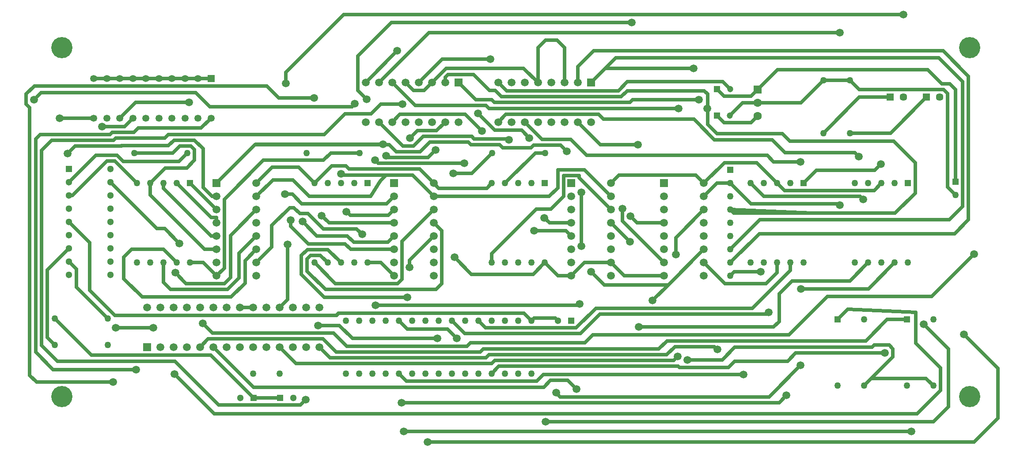
<source format=gbl>
G04*
G04 #@! TF.GenerationSoftware,Altium Limited,Altium Designer,22.10.1 (41)*
G04*
G04 Layer_Physical_Order=2*
G04 Layer_Color=16711680*
%FSLAX44Y44*%
%MOMM*%
G71*
G04*
G04 #@! TF.SameCoordinates,6648D47A-D210-48E4-AD15-4CDCEE96D579*
G04*
G04*
G04 #@! TF.FilePolarity,Positive*
G04*
G01*
G75*
%ADD23C,1.4500*%
%ADD24R,1.4500X1.4500*%
%ADD25C,1.3500*%
%ADD26R,1.3500X1.3500*%
%ADD30C,1.3000*%
%ADD31R,1.3000X1.3000*%
%ADD32R,1.2000X1.2000*%
%ADD33C,1.2000*%
%ADD36C,0.7000*%
%ADD37C,1.2700*%
%ADD38R,1.2700X1.2700*%
%ADD39R,1.2700X1.2700*%
%ADD40C,4.0640*%
%ADD41C,1.5000*%
%ADD42R,1.5000X1.5000*%
%ADD43R,1.5000X1.5000*%
%ADD44R,1.6000X1.6000*%
%ADD45C,1.6000*%
D23*
X2202700Y315000D02*
D03*
X2272700D02*
D03*
D24*
X2177300D02*
D03*
X2247300D02*
D03*
D25*
X876000Y274800D02*
D03*
X851000D02*
D03*
X826000D02*
D03*
X801000D02*
D03*
X776000D02*
D03*
X751000D02*
D03*
X726000D02*
D03*
X701000D02*
D03*
X676000D02*
D03*
X651000D02*
D03*
Y351000D02*
D03*
X676000D02*
D03*
X701000D02*
D03*
X726000D02*
D03*
X751000D02*
D03*
X776000D02*
D03*
X801000D02*
D03*
X826000D02*
D03*
X851000D02*
D03*
D26*
X876000D02*
D03*
D30*
X1540600Y-113800D02*
D03*
X1033400Y-262000D02*
D03*
X683000Y177400D02*
D03*
Y152000D02*
D03*
Y126600D02*
D03*
Y101200D02*
D03*
Y75800D02*
D03*
Y50400D02*
D03*
Y25000D02*
D03*
Y-400D02*
D03*
Y-25800D02*
D03*
X603625D02*
D03*
Y-400D02*
D03*
Y25000D02*
D03*
Y50400D02*
D03*
Y75800D02*
D03*
Y101200D02*
D03*
Y126600D02*
D03*
Y152000D02*
D03*
X931800Y-262000D02*
D03*
D31*
X1566000Y-113800D02*
D03*
X1008000Y-262000D02*
D03*
X603625Y177400D02*
D03*
X957200Y-262000D02*
D03*
D32*
X1845800Y330700D02*
D03*
X1845400Y279900D02*
D03*
D33*
X1870800Y330700D02*
D03*
X1870400Y279900D02*
D03*
D36*
X1081024Y-122892D02*
X1121664D01*
X1146810Y-148038D01*
X1309370D01*
X1475778Y-99778D02*
X1489800Y-113800D01*
X1120394Y-99778D02*
X1475778D01*
X1116598Y-103574D02*
X1120394Y-99778D01*
X691642Y-103574D02*
X1116598D01*
X643382Y-55314D02*
X691642Y-103574D01*
X643382Y-55314D02*
Y36043D01*
X603625Y75800D02*
X643382Y36043D01*
X1489800Y-113800D02*
X1495088Y-108511D01*
X1535311D01*
X1540600Y-113800D01*
X2302600Y152900D02*
Y329651D01*
X2291500Y340750D02*
X2302600Y329651D01*
X2276510Y340750D02*
X2291500D01*
X2249424Y367836D02*
X2276510Y340750D01*
X1961336Y367836D02*
X2249424D01*
X1923500Y330000D02*
X1961336Y367836D01*
X1845800Y330700D02*
X1859463Y317036D01*
X1910536D01*
X1923500Y330000D01*
X1664434Y77366D02*
Y101500D01*
Y77366D02*
X1744200Y-2400D01*
X1871200Y-27800D02*
X1878978Y-20022D01*
X1929384D01*
X1871200Y-2400D02*
X1926730Y53130D01*
X2300986D01*
X2327656Y79800D01*
Y355390D01*
X2278888Y404158D02*
X2327656Y355390D01*
X1609090Y404158D02*
X2278888D01*
X1578700Y373768D02*
X1609090Y404158D01*
X1578700Y343400D02*
Y373768D01*
X1631330Y370630D02*
X1651650Y390950D01*
X1871200Y23000D02*
X1928000Y79800D01*
X2291080D01*
X2316480Y105200D01*
Y344721D01*
X2270251Y390950D02*
X2316480Y344721D01*
X1651650Y390950D02*
X2270251D01*
X1604100Y343400D02*
X1631330Y370630D01*
X1800606D01*
X1692052Y73800D02*
X1744200D01*
X1679448Y86404D02*
X1692052Y73800D01*
X1408755Y293200D02*
X1771570D01*
X1402982Y298974D02*
X1408755Y293200D01*
X1267526Y298974D02*
X1402982D01*
X1223100Y343400D02*
X1267526Y298974D01*
X1827784Y262680D02*
Y293414D01*
X2027270Y92246D02*
X2187194D01*
X1878154D02*
X2027270D01*
X1827784Y293414D02*
Y321100D01*
X1324700Y343400D02*
Y353194D01*
X1329944Y358438D01*
X1379474D01*
X1409700Y328212D01*
X1420578D01*
X1432573Y316217D01*
X1662119D01*
X1673352Y327450D01*
X1821434D01*
X1827784Y321100D01*
Y262680D02*
X1845818Y244646D01*
X1985010Y230676D02*
X2184400D01*
X2225548Y189528D01*
X2187194Y92246D02*
X2225548Y130600D01*
X1871200Y99200D02*
X1878154Y92246D01*
X1827022Y293414D02*
X1827784D01*
X1845818Y244646D02*
X1971040D01*
X1985010Y230676D01*
X2225548Y130600D02*
Y189528D01*
X1871200Y99200D02*
X2027270Y92246D01*
X1683571Y310178D02*
X1810766D01*
X1678610Y305217D02*
X1683571Y310178D01*
X1418739Y305217D02*
X1678610D01*
X1413982Y309974D02*
X1418739Y305217D01*
X1383526Y309974D02*
X1413982D01*
X1350100Y343400D02*
X1383526Y309974D01*
X1197700Y343400D02*
X1293256Y438956D01*
X2081276D01*
X2078024Y110738D02*
X2081276Y107486D01*
X1910462Y110738D02*
X2078024D01*
X1871200Y150000D02*
X1910462Y110738D01*
X1845800Y150000D02*
X1871200D01*
X1820400Y124600D02*
X1845800Y150000D01*
X562102Y-146302D02*
X576200Y-160400D01*
X562102Y-146302D02*
Y-16523D01*
X603625Y25000D01*
X617728Y-49528D02*
X677800Y-109600D01*
X617728Y-49528D02*
Y-14503D01*
X603625Y-400D02*
X617728Y-14503D01*
X857022Y255822D02*
X876000Y274800D01*
X736170Y255822D02*
X857022D01*
X727964Y247616D02*
X736170Y255822D01*
X686244Y247616D02*
X727964D01*
X682244Y243616D02*
X686244Y247616D01*
X548118Y243616D02*
X682244D01*
X539750Y235248D02*
X548118Y243616D01*
X539750Y-174200D02*
Y235248D01*
Y-174200D02*
X573278Y-207728D01*
X732536D01*
X709816Y258616D02*
X726000Y274800D01*
X667258Y258616D02*
X709816D01*
X701000Y274800D02*
X731044Y304844D01*
X834136D01*
X786892Y62782D02*
X815340Y34334D01*
X772218Y62782D02*
X786892D01*
X683000Y152000D02*
X772218Y62782D01*
X585807Y274800D02*
X651000D01*
X2257298Y-67520D02*
X2338578Y13760D01*
X2056892Y-67520D02*
X2257298D01*
X1983232Y-141180D02*
X2056892Y-67520D01*
X1607566Y-141180D02*
X1983232D01*
X1592326Y-156420D02*
X1607566Y-141180D01*
X1372870Y-156420D02*
X1592326D01*
X1366142Y-163148D02*
X1372870Y-156420D01*
X1136012Y-163148D02*
X1366142D01*
X1110756Y-137892D02*
X1136012Y-163148D01*
X878892Y-137892D02*
X1110756D01*
X860082Y-119082D02*
X878892Y-137892D01*
X2100200Y246000D02*
X2178300D01*
X2247300Y315000D01*
X1019302Y341166D02*
Y362502D01*
X1130300Y473500D01*
X2202700D01*
X2049400Y246000D02*
X2118400Y315000D01*
X2177300D01*
X2171751Y-111500D02*
X2209600D01*
X2130734Y-152518D02*
X2171751Y-111500D01*
X1750046Y-152518D02*
X2130734D01*
X1734014Y-168549D02*
X1750046Y-152518D01*
X1397748Y-168549D02*
X1734014D01*
X1392149Y-174148D02*
X1397748Y-168549D01*
X1115478Y-174148D02*
X1392149D01*
X1090392Y-149063D02*
X1115478Y-174148D01*
X870338Y-149063D02*
X1090392D01*
X854800Y-164600D02*
X870338Y-149063D01*
X805688Y-216110D02*
X882142Y-292564D01*
X2229104D01*
X2274316Y-247352D01*
Y-204680D01*
X2226818Y-157182D02*
X2274316Y-204680D01*
X2226818Y-157182D02*
Y-98000D01*
X2096283Y-91817D02*
X2226818Y-98000D01*
X2076600Y-111500D02*
X2096283Y-91817D01*
X1642600Y73800D02*
X1679194Y37206D01*
X1581404Y160396D02*
X1642600Y99200D01*
X1581404Y160396D02*
Y165000D01*
X1551400D02*
X1581404D01*
X1551400Y124504D02*
Y165000D01*
X1527320Y100425D02*
X1551400Y124504D01*
X1499413Y100425D02*
X1527320D01*
X1414000Y15012D02*
X1499413Y100425D01*
X1414000Y-2400D02*
Y15012D01*
X1439400Y150000D02*
X1497300Y207900D01*
X1516000D01*
X1555828Y58972D02*
X1566400Y48400D01*
X1495044Y58972D02*
X1555828D01*
X1514602Y83610D02*
X1524412Y73800D01*
X1566400D01*
X2100252Y-37548D02*
X2135400Y-2400D01*
X1989328Y-37548D02*
X2100252D01*
X1964690Y-62186D02*
X1989328Y-37548D01*
X1964690Y-115272D02*
Y-62186D01*
X1954276Y-125686D02*
X1964690Y-115272D01*
X1695450Y-125686D02*
X1954276D01*
X1996440Y-175978D02*
X2167636D01*
X1980781Y-191637D02*
X1996440Y-175978D01*
X1879660Y-191637D02*
X1980781D01*
X1867349Y-203949D02*
X1879660Y-191637D01*
X1773817Y-203949D02*
X1867349D01*
X1771417Y-201550D02*
X1773817Y-203949D01*
X1427450Y-201550D02*
X1771417D01*
X1413600Y-215400D02*
X1427450Y-201550D01*
X1986200Y-17816D02*
Y-2400D01*
X1913744Y-90272D02*
X1986200Y-17816D01*
X1613262Y-90272D02*
X1913744D01*
X1575734Y-127800D02*
X1613262Y-90272D01*
X1402200Y-127800D02*
X1575734D01*
X1388200Y-113800D02*
X1402200Y-127800D01*
X2006092Y-52788D02*
X2135812D01*
X2186200Y-2400D01*
X1941352Y-101272D02*
X1944624Y-98000D01*
X1621638Y-101272D02*
X1941352D01*
X1584109Y-138800D02*
X1621638Y-101272D01*
X1362401Y-138800D02*
X1584109D01*
X1337400Y-113800D02*
X1362401Y-138800D01*
X2242058Y-120860D02*
X2289556Y-168358D01*
Y-278848D02*
Y-168358D01*
X2260600Y-307804D02*
X2289556Y-278848D01*
X1516888Y-307804D02*
X2260600D01*
X1910000Y150000D02*
X1935242Y124758D01*
X2119884D01*
X2125980Y118662D01*
X1235800Y-215400D02*
X1250226Y-229826D01*
X1500124D01*
X1512824Y-217126D01*
X1896110D01*
X1964597Y-271066D02*
X1978660Y-257004D01*
X1240667Y-271066D02*
X1964597D01*
X1291374Y-347174D02*
X2338324D01*
X2384298Y-301200D01*
Y-205188D01*
X2319020Y-139910D02*
X2384298Y-205188D01*
X2011600Y150000D02*
X2036396Y174796D01*
X2148078D01*
X2160016Y186734D01*
X1245146Y-326346D02*
X2217928D01*
X1292233Y199061D02*
X1306576Y213404D01*
X1215255Y199061D02*
X1292233D01*
X1211326Y202990D02*
X1215255Y199061D01*
X1099949Y22450D02*
X1124800Y-2400D01*
X1060450Y22450D02*
X1099949D01*
X1049149Y11150D02*
X1060450Y22450D01*
X1049149Y-25231D02*
Y11150D01*
Y-25231D02*
X1092962Y-69044D01*
X1252474D01*
X1256538Y-11640D02*
Y2338D01*
X1302600Y48400D01*
Y73800D02*
X1317752Y58648D01*
Y-42882D02*
Y58648D01*
X1306830Y-53804D02*
X1317752Y-42882D01*
X1095248Y-53804D02*
X1306830D01*
X1060150Y-18706D02*
X1095248Y-53804D01*
X1060150Y-18706D02*
Y4800D01*
X1066800Y11450D01*
X1085550D01*
X1099400Y-2400D01*
X1241538Y38138D02*
X1302600Y99200D01*
X1241538Y-34500D02*
Y38138D01*
X1233238Y-42800D02*
X1241538Y-34500D01*
X1114400Y-42800D02*
X1233238D01*
X1074000Y-2400D02*
X1114400Y-42800D01*
X1143343Y23000D02*
X1226400D01*
X1132893Y33451D02*
X1143343Y23000D01*
X1062390Y33451D02*
X1132893D01*
X1028700Y67141D02*
X1062390Y33451D01*
X1028700Y67141D02*
Y79300D01*
X1214429Y36430D02*
X1226400Y48400D01*
X1149291Y36430D02*
X1214429D01*
X1137320Y48400D02*
X1149291Y36430D01*
X1078834Y48400D02*
X1137320D01*
X1051017Y76217D02*
X1078834Y48400D01*
X1102293Y73800D02*
X1226400D01*
X1088147Y87947D02*
X1102293Y73800D01*
X1215636Y88436D02*
X1226400Y99200D01*
X1142746Y88436D02*
X1215636D01*
X1135634Y95548D02*
X1142746Y88436D01*
X941070Y1470D02*
X962600Y23000D01*
X941070Y-41866D02*
Y1470D01*
X914400Y-68536D02*
X941070Y-41866D01*
X743712Y-68536D02*
X914400D01*
X708914Y-33738D02*
X743712Y-68536D01*
X708914Y-33738D02*
Y8172D01*
X723900Y23158D01*
X784642D01*
X810200Y-2400D01*
X929894Y15694D02*
X962600Y48400D01*
X929894Y-31706D02*
Y15694D01*
X907796Y-53804D02*
X929894Y-31706D01*
X798460Y-53804D02*
X907796D01*
X784800Y-40144D02*
X798460Y-53804D01*
X784800Y-40144D02*
Y-2400D01*
X807212Y-21800D02*
X828212Y-42800D01*
X901446D01*
X913130Y-31116D01*
Y49730D01*
X962600Y99200D01*
X863600Y23000D02*
X886400D01*
X759400Y127200D02*
X863600Y23000D01*
X759400Y127200D02*
Y150000D01*
X728600Y207900D02*
X802500D01*
X816350Y221750D01*
X837220D01*
X844296Y214674D01*
Y194100D02*
Y214674D01*
X829310Y179114D02*
X844296Y194100D01*
X788514Y179114D02*
X829310D01*
X759400Y150000D02*
X788514Y179114D01*
X876300Y48400D02*
X886400D01*
X784800Y139900D02*
X876300Y48400D01*
X784800Y139900D02*
Y150000D01*
X876082Y84118D02*
X886400D01*
Y73800D02*
Y84118D01*
X810200Y150000D02*
X876082Y84118D01*
X835600Y150000D02*
X886400Y99200D01*
X1910536Y266236D02*
X1923500Y279200D01*
X1859064Y266236D02*
X1910536D01*
X1845400Y279900D02*
X1859064Y266236D01*
X1820400Y-2400D02*
X1860795Y-42796D01*
X1939526D01*
X1960800Y-21521D01*
Y-2400D01*
X1805256Y165144D02*
X1820400Y150000D01*
X1657744Y165144D02*
X1805256D01*
X1642600Y150000D02*
X1657744Y165144D01*
X1921526Y189274D02*
X1960800Y150000D01*
X1859674Y189274D02*
X1921526D01*
X1820400Y150000D02*
X1859674Y189274D01*
X691424Y192576D02*
X734000Y150000D01*
X676245Y192576D02*
X691424D01*
X610270Y126600D02*
X676245Y192576D01*
X603625Y126600D02*
X610270D01*
X1302600Y150000D02*
X1312307Y140293D01*
X1404293D01*
X1414000Y150000D01*
X962600D02*
X992950Y180349D01*
X1043650D01*
X1074000Y150000D01*
X1275610Y176989D02*
X1302600Y150000D01*
X1140037Y176989D02*
X1275610D01*
X1134089Y182938D02*
X1140037Y176989D01*
X1106938Y182938D02*
X1134089D01*
X1074000Y150000D02*
X1106938Y182938D01*
X2146641Y135842D02*
X2160800Y150000D01*
X1974959Y135842D02*
X2146641D01*
X1960800Y150000D02*
X1974959Y135842D01*
X1475164Y370735D02*
X1502500Y343400D01*
X1326635Y370735D02*
X1475164D01*
X1299300Y343400D02*
X1326635Y370735D01*
X1284112Y328212D02*
X1299300Y343400D01*
X1263688Y328212D02*
X1284112D01*
X1248500Y343400D02*
X1263688Y328212D01*
X1502500Y343400D02*
Y410000D01*
X1516978Y424478D01*
X1538822D01*
X1553300Y410000D01*
Y343400D02*
Y410000D01*
X801000Y351000D02*
X826000D01*
X851000D01*
X876000D01*
X931000Y-88400D02*
X956400D01*
X776000Y351000D02*
X801000D01*
X751000D02*
X776000D01*
X726000D02*
X751000D01*
X651000D02*
X676000D01*
X701000D02*
X726000D01*
X676000D02*
X701000D01*
X1766824Y45624D02*
X1820400Y99200D01*
X1766824Y12998D02*
Y45624D01*
X1762413Y-190550D02*
X1770380Y-182582D01*
X1419898Y-190550D02*
X1762413D01*
X1414150Y-196298D02*
X1419898Y-190550D01*
X1038898Y-196298D02*
X1414150D01*
X1007200Y-164600D02*
X1038898Y-196298D01*
X1840748Y-163518D02*
X1846350Y-169120D01*
X1765046Y-163518D02*
X1840748D01*
X1749014Y-179549D02*
X1765046Y-163518D01*
X1408748Y-179549D02*
X1749014D01*
X1403149Y-185148D02*
X1408748Y-179549D01*
X1103948Y-185148D02*
X1403149D01*
X1083400Y-164600D02*
X1103948Y-185148D01*
X1387856Y283762D02*
X1420114Y251504D01*
X1471422D01*
X1486154Y236772D01*
X1585468Y29254D02*
Y132632D01*
X1127760Y165144D02*
X1211326D01*
X692912Y-127210D02*
X765190D01*
X541704Y-231858D02*
X688086D01*
X528574Y-218728D02*
X541704Y-231858D01*
X528574Y-218728D02*
Y294849D01*
X521702Y301721D02*
X528574Y294849D01*
X521702Y301721D02*
Y321100D01*
X537196Y336594D01*
X983234D01*
X1006094Y313734D01*
X1073404D01*
X1124966Y167938D02*
X1127760Y165144D01*
X1262056D02*
X1302600Y124600D01*
X1211326Y165144D02*
X1262056D01*
X1200404Y154222D02*
X1211326Y165144D01*
X1181704Y124600D02*
X1200404Y154222D01*
X1064178Y124600D02*
X1181704D01*
X1032397Y156381D02*
X1064178Y124600D01*
X994381Y156381D02*
X1032397D01*
X962600Y124600D02*
X994381Y156381D01*
X1302600Y124600D02*
X1524000D01*
X1540399Y140999D01*
Y176000D01*
X1591199D01*
X1642600Y124600D01*
X1722260Y-75140D02*
X1752232Y-45168D01*
X1722120Y-75140D02*
X1722260D01*
X1559814Y-228302D02*
X1576578Y-245066D01*
X1526540Y-228302D02*
X1559814D01*
X1513332Y-241510D02*
X1526540Y-228302D01*
X957110Y-241510D02*
X1513332D01*
X880200Y-164600D02*
X957110Y-241510D01*
X1604518Y-19768D02*
X1629918Y-45168D01*
X1752232D01*
X1820400Y23000D01*
X1017397Y128949D02*
X1031799D01*
X1049978Y110770D01*
X1212570D01*
X1226400Y124600D01*
X878078D02*
X886400D01*
X860552Y142126D02*
X878078Y124600D01*
X860552Y142126D02*
Y216248D01*
X844050Y232750D02*
X860552Y216248D01*
X805350Y232750D02*
X844050D01*
X794386Y221786D02*
X805350Y232750D01*
X704429Y221786D02*
X794386D01*
X704259Y221615D02*
X704429Y221786D01*
X615779Y221615D02*
X704259D01*
X600807Y206644D02*
X615779Y221615D01*
X960218Y223818D02*
X1217289D01*
X960218D02*
X961488Y225088D01*
X1007200Y-88400D02*
X1022350Y-73250D01*
Y32556D01*
X886400Y150000D02*
X960218Y223818D01*
X1217289D02*
X1231046Y210061D01*
X1276866D01*
X1295400Y228595D01*
X1369221D01*
X1373837Y223979D01*
X1429128D01*
X1435163Y217945D01*
X1488891D01*
X1494022Y223076D01*
X1545943D01*
X1557901Y211118D01*
X961488Y225088D02*
X1205230D01*
X1445081Y234980D02*
X1447100Y232961D01*
X1380222Y234980D02*
X1445081D01*
X1375606Y239596D02*
X1380222Y234980D01*
X1282700Y239596D02*
X1375606D01*
X1264166Y221062D02*
X1282700Y239596D01*
X1243838Y221062D02*
X1264166D01*
X1197700Y267200D02*
X1243838Y221062D01*
X1157224Y328281D02*
X1174242Y311263D01*
X1157224Y328281D02*
Y393841D01*
X1221389Y458006D01*
X1681988D01*
X1477100Y267200D02*
X1510223Y234076D01*
X1565303D01*
X1596136Y203244D01*
X1942084D01*
X1954276Y191052D01*
X2005330D01*
X1945369Y-260066D02*
X2005838Y-199597D01*
X1545238Y-260066D02*
X1945369D01*
X1536998Y-251826D02*
X1545238Y-260066D01*
X1363002Y282200D02*
X1395222Y249980D01*
X1238100Y282200D02*
X1363002D01*
X1223100Y267200D02*
X1238100Y282200D01*
X1426300Y267200D02*
X1441300Y282200D01*
X1618996D01*
X1628102Y273094D01*
X1801281D01*
X1840891Y233484D01*
X1951482D01*
X1976134Y208832D01*
X2109978D01*
X2117598Y201212D01*
X536702Y309849D02*
X550253Y323400D01*
X846709D01*
X873226Y296884D01*
X1145962D01*
X1151636Y302558D01*
X1578700Y267200D02*
X1621975Y223925D01*
X1694448D01*
X1329486Y-130417D02*
X1347216Y-148148D01*
X1252418Y-130417D02*
X1329486D01*
X1235800Y-113800D02*
X1252418Y-130417D01*
X1308096Y250596D02*
X1324700Y267200D01*
X1271378Y250596D02*
X1308096D01*
X1257046Y236264D02*
X1271378Y250596D01*
X1195846Y187990D02*
X1361680D01*
X1189990Y193846D02*
X1195846Y187990D01*
X1201420Y301796D02*
X1242568D01*
X1182878Y283254D02*
X1201420Y301796D01*
X1132586Y283254D02*
X1182878D01*
X1093082Y243750D02*
X1132586Y283254D01*
X794349Y243750D02*
X1093082D01*
X787215Y236616D02*
X794349Y243750D01*
X693259Y236616D02*
X787215D01*
X689258Y232616D02*
X693259Y236616D01*
X570645Y232616D02*
X689258D01*
X550926Y212896D02*
X570645Y232616D01*
X550926Y-161500D02*
Y212896D01*
Y-161500D02*
X581406Y-191980D01*
X806861D01*
X890935Y-276054D01*
X1047496D01*
X1057656Y-265894D01*
X1190831Y-84044D02*
X1580628D01*
X1582674Y-81998D01*
X1318910Y388410D02*
X1411300D01*
X1273900Y343400D02*
X1318910Y388410D01*
X2141408Y-224492D02*
X2182876Y-183024D01*
X2127400Y-238500D02*
X2141408Y-224492D01*
X2246392D01*
X2260400Y-238500D01*
X1668000Y-27800D02*
X1744200D01*
X1642600Y-2400D02*
X1668000Y-27800D01*
X1515600Y-2400D02*
X1541000Y-27800D01*
X1566400D01*
X1923500Y304600D02*
X2006400D01*
X2049400Y347600D01*
X1895100Y304600D02*
X1923500D01*
X1870400Y279900D02*
X1895100Y304600D01*
X1788922Y-188932D02*
X1855470D01*
X1879600Y-164802D01*
X2142744D01*
X2146808Y-160738D01*
X2175764D01*
X2182876Y-167850D01*
Y-183024D02*
Y-167850D01*
X1154938Y62020D02*
X1165352Y51606D01*
X1091438Y62020D02*
X1154938D01*
X1061974Y91484D02*
X1091438Y62020D01*
X1046480Y91484D02*
X1061974D01*
X1034796Y103168D02*
X1046480Y91484D01*
X1026668Y103168D02*
X1034796D01*
X992378Y68878D02*
X1026668Y103168D01*
X992378Y27378D02*
Y68878D01*
X962600Y-2400D02*
X992378Y27378D01*
X814203Y191903D02*
X830200Y207900D01*
X707654Y191903D02*
X814203D01*
X695805Y203752D02*
X707654Y191903D01*
X655377Y203752D02*
X695805D01*
X603625Y152000D02*
X655377Y203752D01*
X886400Y-27800D02*
X901400Y-12800D01*
Y119124D01*
X976122Y193846D01*
X1091438D01*
X1105492Y207900D01*
X1160400D01*
X874988Y-179788D02*
X957200Y-262000D01*
X646388Y-179788D02*
X874988D01*
X576200Y-109600D02*
X646388Y-179788D01*
X1175600Y-2400D02*
X1201000D01*
X1226400Y-27800D01*
X1342644Y7664D02*
X1375156Y-24848D01*
X1493152D01*
X1515600Y-2400D01*
X1340358Y169208D02*
X1375708D01*
X1414400Y207900D01*
X861000Y-2400D02*
X886400Y-27800D01*
X835600Y-2400D02*
X861000D01*
X2287450Y142650D02*
X2302600Y127500D01*
X2287450Y142650D02*
Y321950D01*
X2279650Y329750D02*
X2287450Y321950D01*
X2118050Y329750D02*
X2279650D01*
X2100200Y347600D02*
X2118050Y329750D01*
X1426300Y343400D02*
X1442482Y327217D01*
X1656609D01*
X1674021Y344630D01*
X1856870D01*
X1870800Y330700D01*
X1172300Y343400D02*
X1232804Y403904D01*
X1566400Y-27800D02*
X1591800Y-2400D01*
X1642600D01*
X2049400Y347600D02*
X2100200D01*
X957200Y-262000D02*
X1008000D01*
D37*
X1261200Y-113800D02*
D03*
Y-215400D02*
D03*
X1312000Y-113800D02*
D03*
Y-215400D02*
D03*
X1337400Y-113800D02*
D03*
Y-215400D02*
D03*
X1388200Y-113800D02*
D03*
Y-215400D02*
D03*
X1362800Y-113800D02*
D03*
Y-215400D02*
D03*
X1286600D02*
D03*
Y-113800D02*
D03*
X1413600D02*
D03*
Y-215400D02*
D03*
X1464400Y-113800D02*
D03*
Y-215400D02*
D03*
X1489800Y-113800D02*
D03*
Y-215400D02*
D03*
X1439000D02*
D03*
Y-113800D02*
D03*
X1210400D02*
D03*
Y-215400D02*
D03*
X1185000D02*
D03*
Y-113800D02*
D03*
X1235800Y-215400D02*
D03*
Y-113800D02*
D03*
X1134200Y-215400D02*
D03*
Y-113800D02*
D03*
X1159600D02*
D03*
Y-215400D02*
D03*
X1871200Y-27800D02*
D03*
Y-2400D02*
D03*
Y23000D02*
D03*
Y48400D02*
D03*
Y73800D02*
D03*
Y99200D02*
D03*
Y124600D02*
D03*
Y150000D02*
D03*
X2076600Y-238500D02*
D03*
X2127400Y-111500D02*
D03*
Y-238500D02*
D03*
X2209600D02*
D03*
X2260400Y-111500D02*
D03*
Y-238500D02*
D03*
X2302600Y127500D02*
D03*
X1007200Y-215400D02*
D03*
X956400D02*
D03*
X2049400Y347600D02*
D03*
Y246000D02*
D03*
X2100200Y347600D02*
D03*
Y246000D02*
D03*
X576200Y-109600D02*
D03*
X677800D02*
D03*
X576200Y-160400D02*
D03*
X677800D02*
D03*
X830200Y207900D02*
D03*
X728600D02*
D03*
X1160400D02*
D03*
X1058800D02*
D03*
X1414400D02*
D03*
X1516000D02*
D03*
X784800Y150000D02*
D03*
X810200D02*
D03*
X759400D02*
D03*
X734000D02*
D03*
X835600Y-2400D02*
D03*
X810200D02*
D03*
X784800D02*
D03*
X759400D02*
D03*
X734000D02*
D03*
X1124800Y150000D02*
D03*
X1150200D02*
D03*
X1099400D02*
D03*
X1074000D02*
D03*
X1175600Y-2400D02*
D03*
X1150200D02*
D03*
X1124800D02*
D03*
X1099400D02*
D03*
X1074000D02*
D03*
X1464800Y150000D02*
D03*
X1490200D02*
D03*
X1439400D02*
D03*
X1414000D02*
D03*
X1515600Y-2400D02*
D03*
X1490200D02*
D03*
X1464800D02*
D03*
X1439400D02*
D03*
X1414000D02*
D03*
X1910000D02*
D03*
X1935400D02*
D03*
X1960800D02*
D03*
X1986200D02*
D03*
X2011600D02*
D03*
X1910000Y150000D02*
D03*
X1935400D02*
D03*
X1986200D02*
D03*
X1960800D02*
D03*
X2110000Y-2400D02*
D03*
X2135400D02*
D03*
X2160800D02*
D03*
X2186200D02*
D03*
X2211600D02*
D03*
X2110000Y150000D02*
D03*
X2135400D02*
D03*
X2186200D02*
D03*
X2160800D02*
D03*
D38*
X1871200Y175400D02*
D03*
X2076600Y-111500D02*
D03*
X2209600D02*
D03*
X2302600Y152900D02*
D03*
D39*
X835600Y150000D02*
D03*
X1175600D02*
D03*
X1515600D02*
D03*
X2011600D02*
D03*
X2211600D02*
D03*
D40*
X590000Y410000D02*
D03*
X2330000D02*
D03*
Y-260000D02*
D03*
X590000D02*
D03*
D41*
X1426300Y267200D02*
D03*
X1451700D02*
D03*
X1477100D02*
D03*
X1502500D02*
D03*
X1527900D02*
D03*
X1553300D02*
D03*
X1578700D02*
D03*
X1604100D02*
D03*
X1426300Y343400D02*
D03*
X1451700D02*
D03*
X1477100D02*
D03*
X1502500D02*
D03*
X1527900D02*
D03*
X1553300D02*
D03*
X1578700D02*
D03*
X1324700D02*
D03*
X1299300D02*
D03*
X1273900D02*
D03*
X1248500D02*
D03*
X1223100D02*
D03*
X1197700D02*
D03*
X1172300D02*
D03*
X1350100Y267200D02*
D03*
X1324700D02*
D03*
X1299300D02*
D03*
X1273900D02*
D03*
X1248500D02*
D03*
X1223100D02*
D03*
X1197700D02*
D03*
X1172300D02*
D03*
X962600Y-27800D02*
D03*
Y-2400D02*
D03*
Y23000D02*
D03*
Y48400D02*
D03*
Y73800D02*
D03*
Y99200D02*
D03*
Y124600D02*
D03*
Y150000D02*
D03*
X886400Y-27800D02*
D03*
Y-2400D02*
D03*
Y23000D02*
D03*
Y48400D02*
D03*
Y73800D02*
D03*
Y99200D02*
D03*
Y124600D02*
D03*
X1226400D02*
D03*
Y99200D02*
D03*
Y73800D02*
D03*
Y48400D02*
D03*
Y23000D02*
D03*
Y-2400D02*
D03*
Y-27800D02*
D03*
X1302600Y150000D02*
D03*
Y124600D02*
D03*
Y99200D02*
D03*
Y73800D02*
D03*
Y48400D02*
D03*
Y23000D02*
D03*
Y-2400D02*
D03*
Y-27800D02*
D03*
X1566400Y124600D02*
D03*
Y99200D02*
D03*
Y73800D02*
D03*
Y48400D02*
D03*
Y23000D02*
D03*
Y-2400D02*
D03*
Y-27800D02*
D03*
X1642600Y150000D02*
D03*
Y124600D02*
D03*
Y99200D02*
D03*
Y73800D02*
D03*
Y48400D02*
D03*
Y23000D02*
D03*
Y-2400D02*
D03*
Y-27800D02*
D03*
X1744200Y124600D02*
D03*
Y99200D02*
D03*
Y73800D02*
D03*
Y48400D02*
D03*
Y23000D02*
D03*
Y-2400D02*
D03*
Y-27800D02*
D03*
X1820400Y150000D02*
D03*
Y124600D02*
D03*
Y99200D02*
D03*
Y73800D02*
D03*
Y48400D02*
D03*
Y23000D02*
D03*
Y-2400D02*
D03*
Y-27800D02*
D03*
X1083400Y-88400D02*
D03*
X1058000D02*
D03*
X1032600D02*
D03*
X1007200D02*
D03*
X981800D02*
D03*
X956400D02*
D03*
X931000D02*
D03*
X905600D02*
D03*
X880200D02*
D03*
X854800D02*
D03*
X829400D02*
D03*
X804000D02*
D03*
X778600D02*
D03*
X753200D02*
D03*
X1083400Y-164600D02*
D03*
X1058000D02*
D03*
X1032600D02*
D03*
X1007200D02*
D03*
X981800D02*
D03*
X956400D02*
D03*
X931000D02*
D03*
X905600D02*
D03*
X880200D02*
D03*
X854800D02*
D03*
X829400D02*
D03*
X804000D02*
D03*
X778600D02*
D03*
X1081024Y-122892D02*
D03*
X1309370Y-148038D02*
D03*
X1664434Y101500D02*
D03*
X1929384Y-20022D02*
D03*
X1800606Y370630D02*
D03*
X1679448Y86404D02*
D03*
X1771570Y293200D02*
D03*
X1827022Y293414D02*
D03*
X1810766Y310178D02*
D03*
X2081276Y438956D02*
D03*
Y107486D02*
D03*
X732536Y-207728D02*
D03*
X667258Y258616D02*
D03*
X834136Y304844D02*
D03*
X815340Y34334D02*
D03*
X585807Y274800D02*
D03*
X2338578Y13760D02*
D03*
X860082Y-119082D02*
D03*
X1019302Y341166D02*
D03*
X2202700Y473500D02*
D03*
X805688Y-216110D02*
D03*
X1679194Y37206D02*
D03*
X1495044Y58972D02*
D03*
X1514602Y83610D02*
D03*
X1695450Y-125686D02*
D03*
X2167636Y-175978D02*
D03*
X2006092Y-52788D02*
D03*
X1944624Y-98000D02*
D03*
X2242058Y-120860D02*
D03*
X1516888Y-307804D02*
D03*
X2125980Y118662D02*
D03*
X1896110Y-217126D02*
D03*
X1978660Y-257004D02*
D03*
X1240667Y-271066D02*
D03*
X1291374Y-347174D02*
D03*
X2319020Y-139910D02*
D03*
X2160016Y186734D02*
D03*
X2217928Y-326346D02*
D03*
X1245146D02*
D03*
X1306576Y213404D02*
D03*
X1211326Y202990D02*
D03*
X1252474Y-69044D02*
D03*
X1256538Y-11640D02*
D03*
X1028700Y79300D02*
D03*
X1051017Y76217D02*
D03*
X1088147Y87947D02*
D03*
X1135634Y95548D02*
D03*
X807212Y-21800D02*
D03*
X1766824Y12998D02*
D03*
X1770380Y-182582D02*
D03*
X1846350Y-169120D02*
D03*
X1387856Y283762D02*
D03*
X1486154Y236772D02*
D03*
X1585468Y132632D02*
D03*
Y29254D02*
D03*
X765190Y-127210D02*
D03*
X692912D02*
D03*
X688086Y-231858D02*
D03*
X1073404Y313734D02*
D03*
X1124966Y167938D02*
D03*
X1722120Y-75140D02*
D03*
X1576578Y-245066D02*
D03*
X1604518Y-19768D02*
D03*
X1017397Y128949D02*
D03*
X600807Y206644D02*
D03*
X1022350Y32556D02*
D03*
X1557901Y211118D02*
D03*
X1205230Y225088D02*
D03*
X1447100Y232961D02*
D03*
X1174242Y311263D02*
D03*
X1681988Y458006D02*
D03*
X2005330Y191052D02*
D03*
X2005838Y-199597D02*
D03*
X1536998Y-251826D02*
D03*
X1395222Y249980D02*
D03*
X2117598Y201212D02*
D03*
X536702Y309849D02*
D03*
X1151636Y302558D02*
D03*
X1694448Y223925D02*
D03*
X1347216Y-148148D02*
D03*
X1257046Y236264D02*
D03*
X1361680Y187990D02*
D03*
X1189990Y193846D02*
D03*
X1242568Y301796D02*
D03*
X1057656Y-265894D02*
D03*
X1190831Y-84044D02*
D03*
X1582674Y-81998D02*
D03*
X1411300Y388410D02*
D03*
X1788922Y-188932D02*
D03*
X1165352Y51606D02*
D03*
X1342644Y7664D02*
D03*
X1340358Y169208D02*
D03*
X1232804Y403904D02*
D03*
D42*
X1604100Y343400D02*
D03*
X1350100D02*
D03*
X753200Y-164600D02*
D03*
D43*
X886400Y150000D02*
D03*
X1226400D02*
D03*
X1566400D02*
D03*
X1744200D02*
D03*
D44*
X1923500Y330000D02*
D03*
D45*
Y304600D02*
D03*
Y279200D02*
D03*
M02*

</source>
